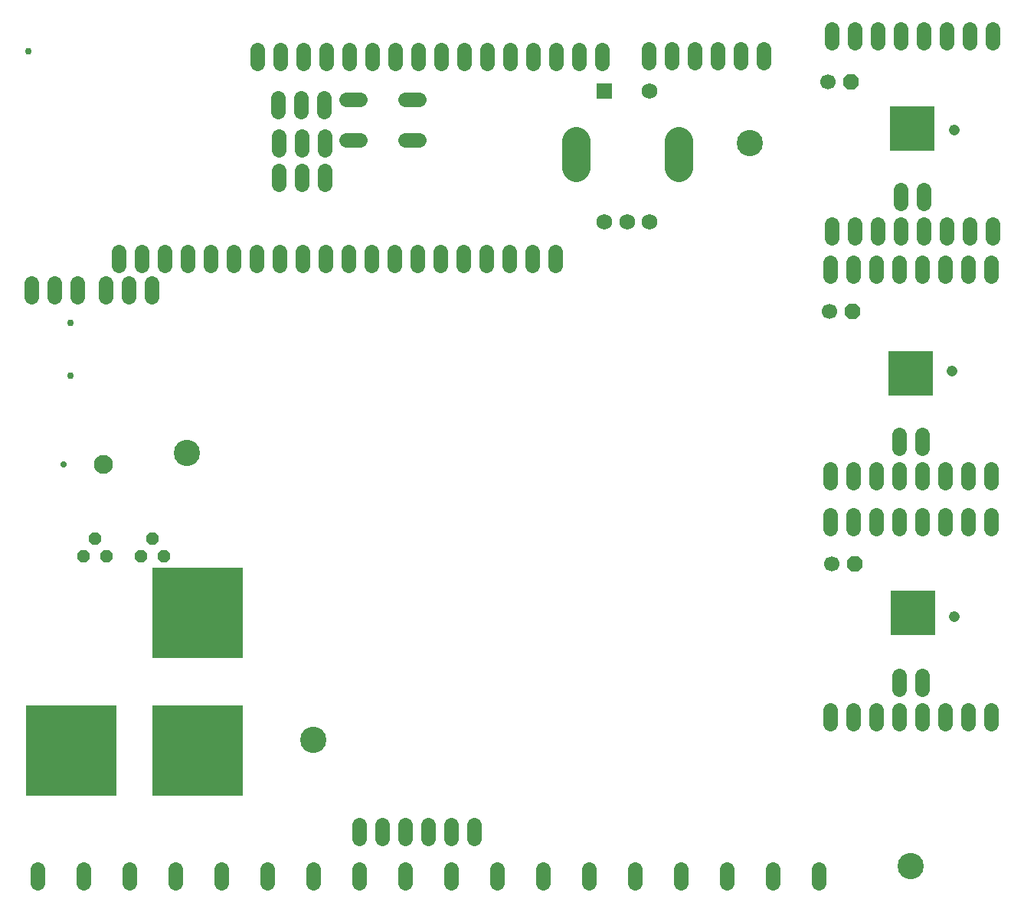
<source format=gbr>
G04 EAGLE Gerber RS-274X export*
G75*
%MOMM*%
%FSLAX34Y34*%
%LPD*%
%INSoldermask Bottom*%
%IPPOS*%
%AMOC8*
5,1,8,0,0,1.08239X$1,22.5*%
G01*
%ADD10R,10.000000X10.000000*%
%ADD11R,5.000000X5.000000*%
%ADD12C,0.750000*%
%ADD13C,1.624000*%
%ADD14C,0.762000*%
%ADD15C,0.735000*%
%ADD16C,2.100000*%
%ADD17R,1.750000X1.750000*%
%ADD18C,1.750000*%
%ADD19C,3.100000*%
%ADD20C,1.208000*%
%ADD21P,1.840279X8X22.500000*%
%ADD22C,1.700200*%
%ADD23P,1.537860X8X22.500000*%
%ADD24C,2.900000*%


D10*
X202400Y331000D03*
X202400Y178600D03*
X62700Y178600D03*
D11*
X992100Y866400D03*
X990600Y595400D03*
X992600Y330400D03*
D12*
X61750Y651200D03*
X61750Y593400D03*
D13*
X100600Y680680D02*
X100600Y695920D01*
X126000Y695920D02*
X126000Y680680D01*
X151400Y680680D02*
X151400Y695920D01*
X18700Y695920D02*
X18700Y680680D01*
X44100Y680680D02*
X44100Y695920D01*
X69500Y695920D02*
X69500Y680680D01*
D14*
X15240Y952500D03*
D15*
X53700Y495300D03*
D16*
X97700Y495300D03*
D17*
X651910Y908200D03*
D18*
X701910Y908200D03*
X651910Y763200D03*
X676910Y763200D03*
X701910Y763200D03*
D19*
X619910Y823200D02*
X619910Y853200D01*
X733910Y853200D02*
X733910Y823200D01*
D13*
X1079500Y439420D02*
X1079500Y424180D01*
X1054100Y424180D02*
X1054100Y439420D01*
X1028700Y439420D02*
X1028700Y424180D01*
X1003300Y424180D02*
X1003300Y439420D01*
X977900Y439420D02*
X977900Y424180D01*
X952500Y424180D02*
X952500Y439420D01*
X927100Y439420D02*
X927100Y424180D01*
X901700Y424180D02*
X901700Y439420D01*
X977900Y261620D02*
X977900Y246380D01*
X1003300Y246380D02*
X1003300Y261620D01*
D20*
X1038860Y326390D03*
D13*
X1079500Y223520D02*
X1079500Y208280D01*
X1054100Y208280D02*
X1054100Y223520D01*
X1028700Y223520D02*
X1028700Y208280D01*
X1003300Y208280D02*
X1003300Y223520D01*
X977900Y223520D02*
X977900Y208280D01*
X952500Y208280D02*
X952500Y223520D01*
X927100Y223520D02*
X927100Y208280D01*
X901700Y208280D02*
X901700Y223520D01*
X1079500Y703580D02*
X1079500Y718820D01*
X1054100Y718820D02*
X1054100Y703580D01*
X1028700Y703580D02*
X1028700Y718820D01*
X1003300Y718820D02*
X1003300Y703580D01*
X977900Y703580D02*
X977900Y718820D01*
X952500Y718820D02*
X952500Y703580D01*
X927100Y703580D02*
X927100Y718820D01*
X901700Y718820D02*
X901700Y703580D01*
X977900Y528320D02*
X977900Y513080D01*
X1003300Y513080D02*
X1003300Y528320D01*
D20*
X1036320Y598170D03*
D13*
X1079500Y490220D02*
X1079500Y474980D01*
X1054100Y474980D02*
X1054100Y490220D01*
X1028700Y490220D02*
X1028700Y474980D01*
X1003300Y474980D02*
X1003300Y490220D01*
X977900Y490220D02*
X977900Y474980D01*
X952500Y474980D02*
X952500Y490220D01*
X927100Y490220D02*
X927100Y474980D01*
X901700Y474980D02*
X901700Y490220D01*
X1080770Y961390D02*
X1080770Y976630D01*
X1055370Y976630D02*
X1055370Y961390D01*
X1029970Y961390D02*
X1029970Y976630D01*
X1004570Y976630D02*
X1004570Y961390D01*
X979170Y961390D02*
X979170Y976630D01*
X953770Y976630D02*
X953770Y961390D01*
X928370Y961390D02*
X928370Y976630D01*
X902970Y976630D02*
X902970Y961390D01*
X979170Y798830D02*
X979170Y783590D01*
X1004570Y783590D02*
X1004570Y798830D01*
D20*
X1038860Y864870D03*
D13*
X1080770Y760730D02*
X1080770Y745490D01*
X1055370Y745490D02*
X1055370Y760730D01*
X1029970Y760730D02*
X1029970Y745490D01*
X1004570Y745490D02*
X1004570Y760730D01*
X979170Y760730D02*
X979170Y745490D01*
X953770Y745490D02*
X953770Y760730D01*
X928370Y760730D02*
X928370Y745490D01*
X902970Y745490D02*
X902970Y760730D01*
X292100Y805180D02*
X292100Y820420D01*
X317500Y820420D02*
X317500Y805180D01*
X342900Y805180D02*
X342900Y820420D01*
X292100Y843280D02*
X292100Y858520D01*
X317500Y858520D02*
X317500Y843280D01*
X342900Y843280D02*
X342900Y858520D01*
X290830Y885190D02*
X290830Y900430D01*
X316230Y900430D02*
X316230Y885190D01*
X341630Y885190D02*
X341630Y900430D01*
X597100Y729950D02*
X597100Y714710D01*
X571700Y714710D02*
X571700Y729950D01*
X546300Y729950D02*
X546300Y714710D01*
X520900Y714710D02*
X520900Y729950D01*
X495500Y729950D02*
X495500Y714710D01*
X470100Y714710D02*
X470100Y729950D01*
X444700Y729950D02*
X444700Y714710D01*
X419300Y714710D02*
X419300Y729950D01*
X393900Y729950D02*
X393900Y714710D01*
X368500Y714710D02*
X368500Y729950D01*
X343100Y729950D02*
X343100Y714710D01*
X317700Y714710D02*
X317700Y729950D01*
X292300Y729950D02*
X292300Y714710D01*
X266900Y714710D02*
X266900Y729950D01*
X241500Y729950D02*
X241500Y714710D01*
X216100Y714710D02*
X216100Y729950D01*
X190700Y729950D02*
X190700Y714710D01*
X165300Y714710D02*
X165300Y729950D01*
X139900Y729950D02*
X139900Y714710D01*
X114500Y714710D02*
X114500Y729950D01*
X701040Y939800D02*
X701040Y955040D01*
X726440Y955040D02*
X726440Y939800D01*
X751840Y939800D02*
X751840Y955040D01*
X777240Y955040D02*
X777240Y939800D01*
X802640Y939800D02*
X802640Y955040D01*
X828040Y955040D02*
X828040Y939800D01*
X25400Y46990D02*
X25400Y31750D01*
X76200Y31750D02*
X76200Y46990D01*
X127000Y46990D02*
X127000Y31750D01*
X177800Y31750D02*
X177800Y46990D01*
X228600Y46990D02*
X228600Y31750D01*
X279400Y31750D02*
X279400Y46990D01*
X330200Y46990D02*
X330200Y31750D01*
X381000Y31750D02*
X381000Y46990D01*
X431800Y46990D02*
X431800Y31750D01*
X482600Y31750D02*
X482600Y46990D01*
X533400Y46990D02*
X533400Y31750D01*
X584200Y31750D02*
X584200Y46990D01*
X635000Y46990D02*
X635000Y31750D01*
X685800Y31750D02*
X685800Y46990D01*
X736600Y46990D02*
X736600Y31750D01*
X787400Y31750D02*
X787400Y46990D01*
X838200Y46990D02*
X838200Y31750D01*
X889000Y31750D02*
X889000Y46990D01*
D21*
X928100Y384500D03*
D22*
X902700Y384500D03*
D21*
X925700Y664200D03*
D22*
X900300Y664200D03*
D21*
X924330Y918290D03*
D22*
X898930Y918290D03*
D13*
X381508Y898906D02*
X366268Y898906D01*
X366268Y853694D02*
X381508Y853694D01*
X431292Y898906D02*
X446532Y898906D01*
X446532Y853694D02*
X431292Y853694D01*
X648970Y938530D02*
X648970Y953770D01*
X623570Y953770D02*
X623570Y938530D01*
X598170Y938530D02*
X598170Y953770D01*
X572770Y953770D02*
X572770Y938530D01*
X547370Y938530D02*
X547370Y953770D01*
X521970Y953770D02*
X521970Y938530D01*
X496570Y938530D02*
X496570Y953770D01*
X471170Y953770D02*
X471170Y938530D01*
X445770Y938530D02*
X445770Y953770D01*
X420370Y953770D02*
X420370Y938530D01*
X394970Y938530D02*
X394970Y953770D01*
X369570Y953770D02*
X369570Y938530D01*
X344170Y938530D02*
X344170Y953770D01*
X318770Y953770D02*
X318770Y938530D01*
X293370Y938530D02*
X293370Y953770D01*
X267970Y953770D02*
X267970Y938530D01*
X508000Y96520D02*
X508000Y81280D01*
X482600Y81280D02*
X482600Y96520D01*
X457200Y96520D02*
X457200Y81280D01*
X431800Y81280D02*
X431800Y96520D01*
X406400Y96520D02*
X406400Y81280D01*
X381000Y81280D02*
X381000Y96520D01*
D23*
X165100Y393700D03*
X152400Y412750D03*
X139700Y393700D03*
X101600Y393700D03*
X88900Y412750D03*
X76200Y393700D03*
D24*
X990600Y50800D03*
X812800Y850900D03*
X330200Y190500D03*
X190500Y508000D03*
M02*

</source>
